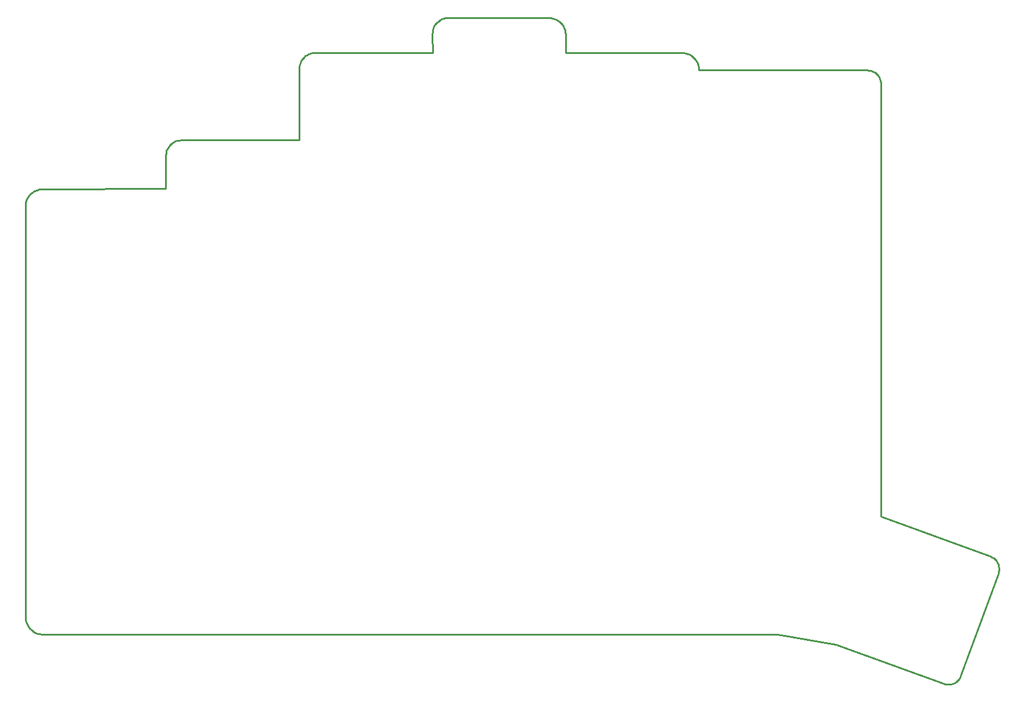
<source format=gbr>
%TF.GenerationSoftware,KiCad,Pcbnew,(5.1.10)-1*%
%TF.CreationDate,2021-12-10T09:46:15-08:00*%
%TF.ProjectId,6col-bottomplate,36636f6c-2d62-46f7-9474-6f6d706c6174,rev?*%
%TF.SameCoordinates,Original*%
%TF.FileFunction,Profile,NP*%
%FSLAX46Y46*%
G04 Gerber Fmt 4.6, Leading zero omitted, Abs format (unit mm)*
G04 Created by KiCad (PCBNEW (5.1.10)-1) date 2021-12-10 09:46:15*
%MOMM*%
%LPD*%
G01*
G04 APERTURE LIST*
%TA.AperFunction,Profile*%
%ADD10C,0.250000*%
%TD*%
G04 APERTURE END LIST*
D10*
X153458572Y-40564492D02*
X153455493Y-102254504D01*
X151436193Y-38513204D02*
X151746120Y-38536666D01*
X151746120Y-38536666D02*
X152041310Y-38604804D01*
X152041310Y-38604804D02*
X152318246Y-38714245D01*
X152318246Y-38714245D02*
X152573412Y-38861618D01*
X152573412Y-38861618D02*
X152803291Y-39043550D01*
X152803291Y-39043550D02*
X153004368Y-39256669D01*
X153004368Y-39256669D02*
X153173125Y-39497602D01*
X153173125Y-39497602D02*
X153306047Y-39762977D01*
X153306047Y-39762977D02*
X153399618Y-40049422D01*
X153399618Y-40049422D02*
X153450321Y-40353564D01*
X153450321Y-40353564D02*
X153458572Y-40564492D01*
X169038393Y-107931404D02*
X153455493Y-102254504D01*
X127462596Y-38525458D02*
X151436193Y-38513204D01*
X33976667Y-119098131D02*
X33715033Y-119084763D01*
X33715033Y-119084763D02*
X33460967Y-119045843D01*
X33460967Y-119045843D02*
X33215753Y-118982657D01*
X33215753Y-118982657D02*
X32980678Y-118896489D01*
X32980678Y-118896489D02*
X32649884Y-118726961D01*
X32649884Y-118726961D02*
X32349129Y-118512958D01*
X32349129Y-118512958D02*
X32082750Y-118258821D01*
X32082750Y-118258821D02*
X31855083Y-117968889D01*
X31855083Y-117968889D02*
X31670466Y-117647502D01*
X31670466Y-117647502D02*
X31533235Y-117299000D01*
X31533235Y-117299000D02*
X31470216Y-117053744D01*
X31470216Y-117053744D02*
X31431469Y-116799652D01*
X31431469Y-116799652D02*
X31418282Y-116538009D01*
X162413393Y-126126304D02*
X146983414Y-120510248D01*
X146983414Y-120510248D02*
X138740593Y-119076352D01*
X31418282Y-116538009D02*
X31422229Y-57997936D01*
X138740593Y-119076352D02*
X33976667Y-119098131D01*
X31422229Y-57997936D02*
X31435175Y-57741511D01*
X31435175Y-57741511D02*
X31473142Y-57492473D01*
X31473142Y-57492473D02*
X31574259Y-57135518D01*
X31574259Y-57135518D02*
X31724609Y-56802261D01*
X31724609Y-56802261D02*
X31919952Y-56496949D01*
X31919952Y-56496949D02*
X32156051Y-56223829D01*
X32156051Y-56223829D02*
X32428668Y-55987148D01*
X32428668Y-55987148D02*
X32733563Y-55791155D01*
X32733563Y-55791155D02*
X33066499Y-55640096D01*
X33066499Y-55640096D02*
X33423237Y-55538219D01*
X33423237Y-55538219D02*
X33672193Y-55499721D01*
X33672193Y-55499721D02*
X33928589Y-55486229D01*
X89511871Y-36027018D02*
X89484135Y-33331526D01*
X70511889Y-48525643D02*
X70471881Y-38284649D01*
X106005278Y-31025537D02*
X106313215Y-31044701D01*
X106313215Y-31044701D02*
X106613888Y-31101315D01*
X106613888Y-31101315D02*
X106904061Y-31194028D01*
X106904061Y-31194028D02*
X107180498Y-31321490D01*
X107180498Y-31321490D02*
X107439962Y-31482351D01*
X107439962Y-31482351D02*
X107679218Y-31675260D01*
X107679218Y-31675260D02*
X107768538Y-31761096D01*
X51459396Y-55458404D02*
X51460425Y-50682975D01*
X126761564Y-36762361D02*
X126962212Y-36994499D01*
X126962212Y-36994499D02*
X127130979Y-37247640D01*
X127130979Y-37247640D02*
X127266564Y-37518502D01*
X127266564Y-37518502D02*
X127367664Y-37803801D01*
X127367664Y-37803801D02*
X127432977Y-38100256D01*
X127432977Y-38100256D02*
X127461201Y-38404585D01*
X127461201Y-38404585D02*
X127461814Y-38527787D01*
X72720645Y-36027071D02*
X89511871Y-36027018D01*
X71127405Y-36688835D02*
X71335810Y-36504045D01*
X71335810Y-36504045D02*
X71563483Y-36347632D01*
X71563483Y-36347632D02*
X71807524Y-36220801D01*
X71807524Y-36220801D02*
X72065032Y-36124756D01*
X72065032Y-36124756D02*
X72333107Y-36060703D01*
X72333107Y-36060703D02*
X72608850Y-36029848D01*
X72608850Y-36029848D02*
X72720645Y-36027071D01*
X91765892Y-31026073D02*
X106005278Y-31025537D01*
X51460425Y-50682975D02*
X51485301Y-50354530D01*
X51485301Y-50354530D02*
X51557434Y-50041640D01*
X51557434Y-50041640D02*
X51673165Y-49747961D01*
X51673165Y-49747961D02*
X51828835Y-49477152D01*
X51828835Y-49477152D02*
X52020786Y-49232871D01*
X52020786Y-49232871D02*
X52245360Y-49018776D01*
X52245360Y-49018776D02*
X52498898Y-48838525D01*
X52498898Y-48838525D02*
X52777742Y-48695775D01*
X52777742Y-48695775D02*
X53078234Y-48594186D01*
X53078234Y-48594186D02*
X53396715Y-48537414D01*
X53396715Y-48537414D02*
X53617224Y-48526272D01*
X33928589Y-55486229D02*
X51459396Y-55458404D01*
X108486229Y-33531712D02*
X108460889Y-36027407D01*
X125010556Y-36026790D02*
X125316792Y-36045966D01*
X125316792Y-36045966D02*
X125615713Y-36102614D01*
X125615713Y-36102614D02*
X125904065Y-36195366D01*
X125904065Y-36195366D02*
X126178591Y-36322853D01*
X126178591Y-36322853D02*
X126436035Y-36483708D01*
X126436035Y-36483708D02*
X126673144Y-36676564D01*
X126673144Y-36676564D02*
X126761564Y-36762361D01*
X107768538Y-31761096D02*
X107971552Y-31993428D01*
X107971552Y-31993428D02*
X108142841Y-32246945D01*
X108142841Y-32246945D02*
X108281087Y-32518395D01*
X108281087Y-32518395D02*
X108384974Y-32804530D01*
X108384974Y-32804530D02*
X108453183Y-33102097D01*
X108453183Y-33102097D02*
X108484397Y-33407848D01*
X108484397Y-33407848D02*
X108486229Y-33531712D01*
X90144071Y-31702802D02*
X90355854Y-31513892D01*
X90355854Y-31513892D02*
X90587422Y-31353964D01*
X90587422Y-31353964D02*
X90835796Y-31224261D01*
X90835796Y-31224261D02*
X91097999Y-31126024D01*
X91097999Y-31126024D02*
X91371053Y-31060496D01*
X91371053Y-31060496D02*
X91651982Y-31028919D01*
X91651982Y-31028919D02*
X91765892Y-31026073D01*
X70471881Y-38284649D02*
X70488034Y-38006588D01*
X70488034Y-38006588D02*
X70537891Y-37734902D01*
X70537891Y-37734902D02*
X70620257Y-37472494D01*
X70620257Y-37472494D02*
X70733940Y-37222271D01*
X70733940Y-37222271D02*
X70877745Y-36987138D01*
X70877745Y-36987138D02*
X71050478Y-36770000D01*
X71050478Y-36770000D02*
X71127405Y-36688835D01*
X108460889Y-36027407D02*
X125010556Y-36026790D01*
X89484135Y-33331526D02*
X89498856Y-33048112D01*
X89498856Y-33048112D02*
X89548092Y-32771026D01*
X89548092Y-32771026D02*
X89630632Y-32503259D01*
X89630632Y-32503259D02*
X89745264Y-32247799D01*
X89745264Y-32247799D02*
X89890778Y-32007637D01*
X89890778Y-32007637D02*
X90065961Y-31785762D01*
X90065961Y-31785762D02*
X90144071Y-31702802D01*
X53617224Y-48526272D02*
X70511889Y-48525643D01*
X164836161Y-124992600D02*
X170189197Y-110362672D01*
X169055493Y-107939904D02*
X169318602Y-108058808D01*
X169318602Y-108058808D02*
X169554800Y-108211934D01*
X169554800Y-108211934D02*
X169762171Y-108395186D01*
X169762171Y-108395186D02*
X169938798Y-108604470D01*
X169938798Y-108604470D02*
X170082766Y-108835692D01*
X170082766Y-108835692D02*
X170192159Y-109084757D01*
X170192159Y-109084757D02*
X170265060Y-109347570D01*
X170265060Y-109347570D02*
X170299554Y-109620037D01*
X170299554Y-109620037D02*
X170293724Y-109898063D01*
X170293724Y-109898063D02*
X170245655Y-110177553D01*
X170245655Y-110177553D02*
X170189197Y-110362672D01*
X164836161Y-124992600D02*
X164717256Y-125255709D01*
X164717256Y-125255709D02*
X164564130Y-125491907D01*
X164564130Y-125491907D02*
X164380878Y-125699278D01*
X164380878Y-125699278D02*
X164171594Y-125875905D01*
X164171594Y-125875905D02*
X163940372Y-126019873D01*
X163940372Y-126019873D02*
X163691307Y-126129266D01*
X163691307Y-126129266D02*
X163428494Y-126202167D01*
X163428494Y-126202167D02*
X163156027Y-126236661D01*
X163156027Y-126236661D02*
X162878001Y-126230831D01*
X162878001Y-126230831D02*
X162598511Y-126182762D01*
X162598511Y-126182762D02*
X162413393Y-126126304D01*
M02*

</source>
